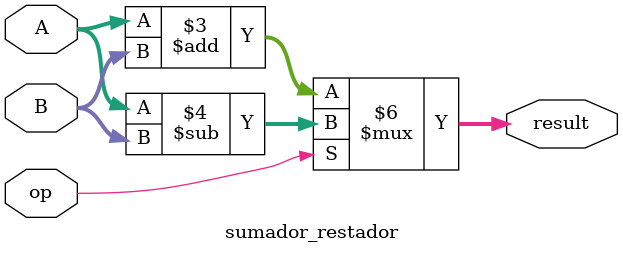
<source format=v>
module sumador_restador (
    input [7:0] A,
    input [7:0] B,
    input op,              // 0 = suma, 1 = resta
    output reg [7:0] result
);

    always @(*) begin
        if (op == 1'b0)
            result = A + B;
        else
            result = A - B;
    end

endmodule

</source>
